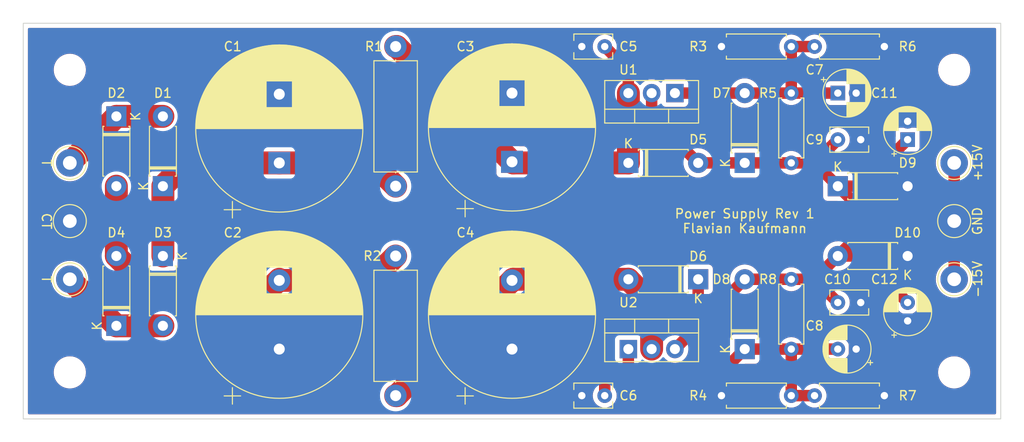
<source format=kicad_pcb>
(kicad_pcb (version 20221018) (generator pcbnew)
  (layers (0 "F.Cu" signal) (31 "B.Cu" signal) (34 "B.Paste" user) (35 "F.Paste" user) (36 "B.SilkS" user "B.Silkscreen") (37 "F.SilkS" user "F.Silkscreen") (38 "B.Mask" user) (39 "F.Mask" user) (44 "Edge.Cuts" user))
  (net 0 "")
  (net 1 "Net-(C1-Pad1)")
  (net 2 "GND")
  (net 3 "Net-(C2-Pad2)")
  (net 4 "Net-(C3-Pad1)")
  (net 5 "Net-(C4-Pad2)")
  (net 6 "Net-(C7-Pad1)")
  (net 7 "Net-(C8-Pad2)")
  (net 8 "+15")
  (net 9 "-15")
  (net 10 "T+")
  (net 11 "T-")
  (footprint "Diode_THT:D_DO-41_SOD81_P7.62mm_Horizontal" (layer "F.Cu") (at 139.7 104.14 180)
    (fp_text reference "D6" (at 0 2.5) (layer "F.SilkS"))
    (fp_text value "1N4004")
    (fp_text user "K" (at 0 -2.1) (layer "F.SilkS"))
    (pad "1" thru_hole rect (at 0 0 180) (size 2.2 2.2) (drill 1.1) (layers "*.Cu" "*.Mask") (net 9 "-15"))
    (pad "2" thru_hole oval (at 7.62 0 180) (size 2.2 2.2) (drill 1.1) (layers "*.Cu" "*.Mask") (net 5 "Net-(C4-Pad2)"))
  )
  (footprint "Resistor_THT:R_Axial_DIN0207_L6.3mm_D2.5mm_P7.62mm_Horizontal" (layer "F.Cu") (at 149.86 111.76 90)
    (fp_text reference "R8" (at 7.62 -2.54 180) (layer "F.SilkS"))
    (fp_text value "100R")
    (pad "1" thru_hole circle (at 0 0 90) (size 1.6 1.6) (drill 0.8) (layers "*.Cu" "*.Mask") (net 7 "Net-(C8-Pad2)"))
    (pad "2" thru_hole oval (at 7.62 0 90) (size 1.6 1.6) (drill 0.8) (layers "*.Cu" "*.Mask") (net 9 "-15"))
  )
  (footprint "Capacitor_THT:CP_Radial_D18.0mm_P7.50mm" (layer "F.Cu") (at 119.38 111.76 90)
    (fp_text reference "C4" (at 12.7 -5.08) (layer "F.SilkS"))
    (fp_text value "2200u")
    (pad "1" thru_hole rect (at 0 0 90) (size 2.4 2.4) (drill 1.2) (layers "*.Cu" "*.Mask") (net 2 "GND"))
    (pad "2" thru_hole circle (at 7.5 0 90) (size 2.4 2.4) (drill 1.2) (layers "*.Cu" "*.Mask") (net 5 "Net-(C4-Pad2)"))
  )
  (footprint "Capacitor_THT:C_Rect_L4.0mm_W2.5mm_P2.50mm" (layer "F.Cu") (at 157.44 106.68 180)
    (fp_text reference "C10" (at 2.54 2.54) (layer "F.SilkS"))
    (fp_text value "100n")
    (pad "1" thru_hole circle (at 0 0 180) (size 1.6 1.6) (drill 0.8) (layers "*.Cu" "*.Mask") (net 2 "GND"))
    (pad "2" thru_hole circle (at 2.5 0 180) (size 1.6 1.6) (drill 0.8) (layers "*.Cu" "*.Mask") (net 9 "-15"))
  )
  (footprint "Capacitor_THT:CP_Radial_D5.0mm_P2.00mm" (layer "F.Cu") (at 162.56 88.9 90)
    (fp_text reference "C11" (at 5.08 -2.54) (layer "F.SilkS"))
    (fp_text value "10u")
    (pad "1" thru_hole rect (at 0 0 90) (size 1.6 1.6) (drill 0.8) (layers "*.Cu" "*.Mask") (net 8 "+15"))
    (pad "2" thru_hole circle (at 2 0 90) (size 1.6 1.6) (drill 0.8) (layers "*.Cu" "*.Mask") (net 2 "GND"))
  )
  (footprint "Package_TO_SOT_THT:TO-220-3_Vertical" (layer "F.Cu") (at 132.08 111.76)
    (fp_text reference "U2" (at 0 -5.08 180) (layer "F.SilkS"))
    (fp_text value "LM337")
    (pad "1" thru_hole rect (at 0 0) (size 1.905 2) (drill 1.1) (layers "*.Cu" "*.Mask") (net 7 "Net-(C8-Pad2)"))
    (pad "2" thru_hole oval (at 2.54 0) (size 1.905 2) (drill 1.1) (layers "*.Cu" "*.Mask") (net 5 "Net-(C4-Pad2)"))
    (pad "3" thru_hole oval (at 5.08 0) (size 1.905 2) (drill 1.1) (layers "*.Cu" "*.Mask") (net 9 "-15"))
  )
  (footprint "Connector_Pin:Pin_D1.3mm_L11.0mm_LooseFit" (layer "F.Cu") (at 167.64 97.79)
    (fp_text reference "REF**" hide)
    (fp_text value "Pin_D1.3mm_L11.0mm_LooseFit" hide)
    (pad "1" thru_hole circle (at 0 0) (size 3 3) (drill 1.5) (layers "*.Cu" "*.Mask") (net 2 "GND"))
  )
  (footprint "Diode_THT:D_DO-41_SOD81_P7.62mm_Horizontal" (layer "F.Cu") (at 154.94 93.98)
    (fp_text reference "D9" (at 7.62 -2.54 180) (layer "F.SilkS"))
    (fp_text value "1N4004")
    (fp_text user "K" (at 0 -2.1) (layer "F.SilkS"))
    (pad "1" thru_hole rect (at 0 0) (size 2.2 2.2) (drill 1.1) (layers "*.Cu" "*.Mask") (net 8 "+15"))
    (pad "2" thru_hole oval (at 7.62 0) (size 2.2 2.2) (drill 1.1) (layers "*.Cu" "*.Mask") (net 2 "GND"))
  )
  (footprint "Resistor_THT:R_Axial_DIN0207_L6.3mm_D2.5mm_P7.62mm_Horizontal" (layer "F.Cu") (at 160.02 116.84 180)
    (fp_text reference "R7" (at -2.54 0) (layer "F.SilkS"))
    (fp_text value "2k2")
    (pad "1" thru_hole circle (at 0 0 180) (size 1.6 1.6) (drill 0.8) (layers "*.Cu" "*.Mask") (net 2 "GND"))
    (pad "2" thru_hole oval (at 7.62 0 180) (size 1.6 1.6) (drill 0.8) (layers "*.Cu" "*.Mask") (net 7 "Net-(C8-Pad2)"))
  )
  (footprint "Connector_Pin:Pin_D1.3mm_L11.0mm_LooseFit" (layer "F.Cu") (at 167.64 91.44)
    (fp_text reference "REF**" hide)
    (fp_text value "Pin_D1.3mm_L11.0mm_LooseFit" hide)
    (pad "1" thru_hole circle (at 0 0) (size 3 3) (drill 1.5) (layers "*.Cu" "*.Mask") (net 8 "+15"))
  )
  (footprint "MountingHole:MountingHole_2.5mm" (layer "F.Cu") (at 167.64 114.3)
    (fp_text reference "REF**" hide)
    (fp_text value "MountingHole_2.5mm" hide)
    (pad "" np_thru_hole circle (at 0 0) (size 2.5 2.5) (drill 2.5) (layers "*.Cu" "*.Mask"))
  )
  (footprint "Diode_THT:D_DO-41_SOD81_P7.62mm_Horizontal" (layer "F.Cu") (at 76.2 109.22 90)
    (fp_text reference "D4" (at 10.16 0 180) (layer "F.SilkS"))
    (fp_text value "1N4004")
    (fp_text user "K" (at 0 -2.1 90) (layer "F.SilkS"))
    (pad "1" thru_hole rect (at 0 0 90) (size 2.2 2.2) (drill 1.1) (layers "*.Cu" "*.Mask") (net 11 "T-"))
    (pad "2" thru_hole oval (at 7.62 0 90) (size 2.2 2.2) (drill 1.1) (layers "*.Cu" "*.Mask") (net 3 "Net-(C2-Pad2)"))
  )
  (footprint "Capacitor_THT:CP_Radial_D5.0mm_P2.00mm" (layer "F.Cu") (at 162.56 108.68 90)
    (fp_text reference "C12" (at 4.54 -2.54) (layer "F.SilkS"))
    (fp_text value "10u")
    (pad "1" thru_hole rect (at 0 0 90) (size 1.6 1.6) (drill 0.8) (layers "*.Cu" "*.Mask") (net 2 "GND"))
    (pad "2" thru_hole circle (at 2 0 90) (size 1.6 1.6) (drill 0.8) (layers "*.Cu" "*.Mask") (net 9 "-15"))
  )
  (footprint "Capacitor_THT:CP_Radial_D18.0mm_P7.50mm" (layer "F.Cu") (at 93.98 91.44 90)
    (fp_text reference "C1" (at 12.7 -5.08) (layer "F.SilkS"))
    (fp_text value "2200u")
    (pad "1" thru_hole rect (at 0 0 90) (size 2.4 2.4) (drill 1.2) (layers "*.Cu" "*.Mask") (net 1 "Net-(C1-Pad1)"))
    (pad "2" thru_hole circle (at 7.5 0 90) (size 2.4 2.4) (drill 1.2) (layers "*.Cu" "*.Mask") (net 2 "GND"))
  )
  (footprint "Capacitor_THT:C_Rect_L4.0mm_W2.5mm_P2.50mm" (layer "F.Cu") (at 127 116.84)
    (fp_text reference "C6" (at 5.08 0 180) (layer "F.SilkS"))
    (fp_text value "100n")
    (pad "1" thru_hole circle (at 0 0) (size 1.6 1.6) (drill 0.8) (layers "*.Cu" "*.Mask") (net 2 "GND"))
    (pad "2" thru_hole circle (at 2.5 0) (size 1.6 1.6) (drill 0.8) (layers "*.Cu" "*.Mask") (net 5 "Net-(C4-Pad2)"))
  )
  (footprint "Capacitor_THT:CP_Radial_D18.0mm_P7.50mm" (layer "F.Cu") (at 119.38 91.32 90)
    (fp_text reference "C3" (at 12.58 -5.08) (layer "F.SilkS"))
    (fp_text value "2200u")
    (pad "1" thru_hole rect (at 0 0 90) (size 2.4 2.4) (drill 1.2) (layers "*.Cu" "*.Mask") (net 4 "Net-(C3-Pad1)"))
    (pad "2" thru_hole circle (at 7.5 0 90) (size 2.4 2.4) (drill 1.2) (layers "*.Cu" "*.Mask") (net 2 "GND"))
  )
  (footprint "Resistor_THT:R_Axial_DIN0207_L6.3mm_D2.5mm_P7.62mm_Horizontal" (layer "F.Cu") (at 149.86 91.44 90)
    (fp_text reference "R5" (at 7.62 -2.54 180) (layer "F.SilkS"))
    (fp_text value "100R")
    (pad "1" thru_hole circle (at 0 0 90) (size 1.6 1.6) (drill 0.8) (layers "*.Cu" "*.Mask") (net 8 "+15"))
    (pad "2" thru_hole oval (at 7.62 0 90) (size 1.6 1.6) (drill 0.8) (layers "*.Cu" "*.Mask") (net 6 "Net-(C7-Pad1)"))
  )
  (footprint "Diode_THT:D_DO-41_SOD81_P7.62mm_Horizontal" (layer "F.Cu") (at 132.08 91.44)
    (fp_text reference "D5" (at 7.62 -2.54) (layer "F.SilkS"))
    (fp_text value "1N4004")
    (fp_text user "K" (at 0 -2.1) (layer "F.SilkS"))
    (pad "1" thru_hole rect (at 0 0) (size 2.2 2.2) (drill 1.1) (layers "*.Cu" "*.Mask") (net 4 "Net-(C3-Pad1)"))
    (pad "2" thru_hole oval (at 7.62 0) (size 2.2 2.2) (drill 1.1) (layers "*.Cu" "*.Mask") (net 8 "+15"))
  )
  (footprint "Connector_Pin:Pin_D1.3mm_L11.0mm_LooseFit" (layer "F.Cu") (at 71.12 104.14)
    (fp_text reference "REF**" hide)
    (fp_text value "Pin_D1.3mm_L11.0mm_LooseFit" hide)
    (pad "1" thru_hole circle (at 0 0) (size 3 3) (drill 1.5) (layers "*.Cu" "*.Mask") (net 11 "T-"))
  )
  (footprint "Resistor_THT:R_Axial_DIN0207_L6.3mm_D2.5mm_P7.62mm_Horizontal" (layer "F.Cu") (at 142.24 116.84)
    (fp_text reference "R4" (at -2.54 0) (layer "F.SilkS"))
    (fp_text value "2k2")
    (pad "1" thru_hole circle (at 0 0) (size 1.6 1.6) (drill 0.8) (layers "*.Cu" "*.Mask") (net 2 "GND"))
    (pad "2" thru_hole oval (at 7.62 0) (size 1.6 1.6) (drill 0.8) (layers "*.Cu" "*.Mask") (net 7 "Net-(C8-Pad2)"))
  )
  (footprint "MountingHole:MountingHole_2.5mm" (layer "F.Cu") (at 167.64 81.28)
    (fp_text reference "REF**" hide)
    (fp_text value "MountingHole_2.5mm" hide)
    (pad "" np_thru_hole circle (at 0 0) (size 2.5 2.5) (drill 2.5) (layers "*.Cu" "*.Mask"))
  )
  (footprint "Diode_THT:D_DO-41_SOD81_P7.62mm_Horizontal" (layer "F.Cu") (at 81.28 101.6 -90)
    (fp_text reference "D3" (at -2.54 0 180) (layer "F.SilkS"))
    (fp_text value "1N4004")
    (fp_text user "K" (at 0 -2.1 90) (layer "F.SilkS"))
    (pad "1" thru_hole rect (at 0 0 270) (size 2.2 2.2) (drill 1.1) (layers "*.Cu" "*.Mask") (net 1 "Net-(C1-Pad1)"))
    (pad "2" thru_hole oval (at 7.62 0 270) (size 2.2 2.2) (drill 1.1) (layers "*.Cu" "*.Mask") (net 11 "T-"))
  )
  (footprint "Capacitor_THT:CP_Radial_D5.0mm_P2.00mm" (layer "F.Cu") (at 156.94 111.76 180)
    (fp_text reference "C8" (at 4.54 2.54 180) (layer "F.SilkS"))
    (fp_text value "10u")
    (pad "1" thru_hole rect (at 0 0 180) (size 1.6 1.6) (drill 0.8) (layers "*.Cu" "*.Mask") (net 2 "GND"))
    (pad "2" thru_hole circle (at 2 0 180) (size 1.6 1.6) (drill 0.8) (layers "*.Cu" "*.Mask") (net 7 "Net-(C8-Pad2)"))
  )
  (footprint "Diode_THT:D_DO-41_SOD81_P7.62mm_Horizontal" (layer "F.Cu") (at 76.2 86.36 -90)
    (fp_text reference "D2" (at -2.54 0 180) (layer "F.SilkS"))
    (fp_text value "1N4004")
    (fp_text user "K" (at 0 -2.1 90) (layer "F.SilkS"))
    (pad "1" thru_hole rect (at 0 0 270) (size 2.2 2.2) (drill 1.1) (layers "*.Cu" "*.Mask") (net 10 "T+"))
    (pad "2" thru_hole oval (at 7.62 0 270) (size 2.2 2.2) (drill 1.1) (layers "*.Cu" "*.Mask") (net 3 "Net-(C2-Pad2)"))
  )
  (footprint "Resistor_THT:R_Axial_DIN0207_L6.3mm_D2.5mm_P7.62mm_Horizontal" (layer "F.Cu") (at 152.4 78.74)
    (fp_text reference "R6" (at 10.16 0) (layer "F.SilkS"))
    (fp_text value "2k2")
    (pad "1" thru_hole circle (at 0 0) (size 1.6 1.6) (drill 0.8) (layers "*.Cu" "*.Mask") (net 6 "Net-(C7-Pad1)"))
    (pad "2" thru_hole oval (at 7.62 0) (size 1.6 1.6) (drill 0.8) (layers "*.Cu" "*.Mask") (net 2 "GND"))
  )
  (footprint "Resistor_THT:R_Axial_DIN0414_L11.9mm_D4.5mm_P15.24mm_Horizontal" (layer "F.Cu") (at 106.68 101.6 -90)
    (fp_text reference "R2" (at 0 2.54 180) (layer "F.SilkS"))
    (fp_text value "10R")
    (pad "1" thru_hole circle (at 0 0 270) (size 2.4 2.4) (drill 1.2) (layers "*.Cu" "*.Mask") (net 3 "Net-(C2-Pad2)"))
    (pad "2" thru_hole oval (at 15.24 0 270) (size 2.4 2.4) (drill 1.2) (layers "*.Cu" "*.Mask") (net 5 "Net-(C4-Pad2)"))
  )
  (footprint "MountingHole:MountingHole_2.5mm" (layer "F.Cu") (at 71.12 114.3)
    (fp_text reference "REF**" hide)
    (fp_text value "MountingHole_2.5mm" hide)
    (pad "" np_thru_hole circle (at 0 0) (size 2.5 2.5) (drill 2.5) (layers "*.Cu" "*.Mask"))
  )
  (footprint "Connector_Pin:Pin_D1.3mm_L11.0mm_LooseFit" (layer "F.Cu") (at 71.12 97.79)
    (fp_text reference "REF**" hide)
    (fp_text value "Pin_D1.3mm_L11.0mm_LooseFit" hide)
    (pad "1" thru_hole circle (at 0 0) (size 3 3) (drill 1.5) (layers "*.Cu" "*.Mask") (net 2 "GND"))
  )
  (footprint "Capacitor_THT:C_Rect_L4.0mm_W2.5mm_P2.50mm" (layer "F.Cu") (at 129.5 78.74 180)
    (fp_text reference "C5" (at -2.58 0 180) (layer "F.SilkS"))
    (fp_text value "100n")
    (pad "1" thru_hole circle (at 0 0 180) (size 1.6 1.6) (drill 0.8) (layers "*.Cu" "*.Mask") (net 4 "Net-(C3-Pad1)"))
    (pad "2" thru_hole circle (at 2.5 0 180) (size 1.6 1.6) (drill 0.8) (layers "*.Cu" "*.Mask") (net 2 "GND"))
  )
  (footprint "Diode_THT:D_DO-41_SOD81_P7.62mm_Horizontal" (layer "F.Cu") (at 144.78 111.76 90)
    (fp_text reference "D8" (at 7.62 -2.54 180) (layer "F.SilkS"))
    (fp_text value "1N4004")
    (fp_text user "K" (at 0 -2.1 90) (layer "F.SilkS"))
    (pad "1" thru_hole rect (at 0 0 90) (size 2.2 2.2) (drill 1.1) (layers "*.Cu" "*.Mask") (net 7 "Net-(C8-Pad2)"))
    (pad "2" thru_hole oval (at 7.62 0 90) (size 2.2 2.2) (drill 1.1) (layers "*.Cu" "*.Mask") (net 9 "-15"))
  )
  (footprint "Diode_THT:D_DO-41_SOD81_P7.62mm_Horizontal" (layer "F.Cu") (at 144.78 91.44 90)
    (fp_text reference "D7" (at 7.62 -2.54 180) (layer "F.SilkS"))
    (fp_text value "1N4004")
    (fp_text user "K" (at 0 -2.1 90) (layer "F.SilkS"))
    (pad "1" thru_hole rect (at 0 0 90) (size 2.2 2.2) (drill 1.1) (layers "*.Cu" "*.Mask") (net 8 "+15"))
    (pad "2" thru_hole oval (at 7.62 0 90) (size 2.2 2.2) (drill 1.1) (layers "*.Cu" "*.Mask") (net 6 "Net-(C7-Pad1)"))
  )
  (footprint "Connector_Pin:Pin_D1.3mm_L11.0mm_LooseFit" (layer "F.Cu") (at 167.64 104.14)
    (fp_text reference "REF**" hide)
    (fp_text value "Pin_D1.3mm_L11.0mm_LooseFit" hide)
    (pad "1" thru_hole circle (at 0 0) (size 3 3) (drill 1.5) (layers "*.Cu" "*.Mask") (net 9 "-15"))
  )
  (footprint "Capacitor_THT:CP_Radial_D18.0mm_P7.50mm" (layer "F.Cu") (at 93.98 111.76 90)
    (fp_text reference "C2" (at 12.7 -5.08) (layer "F.SilkS"))
    (fp_text value "2200u")
    (pad "1" thru_hole rect (at 0 0 90) (size 2.4 2.4) (drill 1.2) (layers "*.Cu" "*.Mask") (net 2 "GND"))
    (pad "2" thru_hole circle (at 7.5 0 90) (size 2.4 2.4) (drill 1.2) (layers "*.Cu" "*.Mask") (net 3 "Net-(C2-Pad2)"))
  )
  (footprint "Resistor_THT:R_Axial_DIN0207_L6.3mm_D2.5mm_P7.62mm_Horizontal" (layer "F.Cu") (at 149.86 78.74 180)
    (fp_text reference "R3" (at 10.16 0) (layer "F.SilkS"))
    (fp_text value "2k2")
    (pad "1" thru_hole circle (at 0 0 180) (size 1.6 1.6) (drill 0.8) (layers "*.Cu" "*.Mask") (net 6 "Net-(C7-Pad1)"))
    (pad "2" thru_hole oval (at 7.62 0 180) (size 1.6 1.6) (drill 0.8) (layers "*.Cu" "*.Mask") (net 2 "GND"))
  )
  (footprint "Diode_THT:D_DO-41_SOD81_P7.62mm_Horizontal" (layer "F.Cu") (at 162.56 101.6 180)
    (fp_text reference "D10" (at 0 2.54 180) (layer "F.SilkS"))
    (fp_text value "1N4004")
    (fp_text user "K" (at 0 -2.1) (layer "F.SilkS"))
    (pad "1" thru_hole rect (at 0 0 180) (size 2.2 2.2) (drill 1.1) (layers "*.Cu" "*.Mask") (net 2 "GND"))
    (pad "2" thru_hole oval (at 7.62 0 180) (size 2.2 2.2) (drill 1.1) (layers "*.Cu" "*.Mask") (net 9 "-15"))
  )
  (footprint "Resistor_THT:R_Axial_DIN0414_L11.9mm_D4.5mm_P15.24mm_Horizontal" (layer "F.Cu") (at 106.68 93.98 90)
    (fp_text reference "R1" (at 15.24 -2.37 180) (layer "F.SilkS"))
    (fp_text value "10R")
    (pad "1" thru_hole circle (at 0 0 90) (size 2.4 2.4) (drill 1.2) (layers "*.Cu" "*.Mask") (net 1 "Net-(C1-Pad1)"))
    (pad "2" thru_hole oval (at 15.24 0 90) (size 2.4 2.4) (drill 1.2) (layers "*.Cu" "*.Mask") (net 4 "Net-(C3-Pad1)"))
  )
  (footprint "Package_TO_SOT_THT:TO-220-3_Vertical" (layer "F.Cu") (at 137.16 83.82 180)
    (fp_text reference "U1" (at 5.08 2.54 180) (layer "F.SilkS"))
    (fp_text value "LM317")
    (pad "1" thru_hole rect (at 0 0 180) (size 1.905 2) (drill 1.1) (layers "*.Cu" "*.Mask") (net 6 "Net-(C7-Pad1)"))
    (pad "2" thru_hole oval (at 2.54 0 180) (size 1.905 2) (drill 1.1) (layers "*.Cu" "*.Mask") (net 8 "+15"))
    (pad "3" thru_hole oval (at 5.08 0 180) (size 1.905 2) (drill 1.1) (layers "*.Cu" "*.Mask") (net 4 "Net-(C3-Pad1)"))
  )
  (footprint "Diode_THT:D_DO-41_SOD81_P7.62mm_Horizontal" (layer "F.Cu") (at 81.28 93.98 90)
    (fp_text reference "D1" (at 10.16 0 180) (layer "F.SilkS"))
    (fp_text value "1N4004")
    (fp_text user "K" (at 0 -2.1 90) (layer "F.SilkS"))
    (pad "1" thru_hole rect (at 0 0 90) (size 2.2 2.2) (drill 1.1) (layers "*.Cu" "*.Mask") (net 1 "Net-(C1-Pad1)"))
    (pad "2" thru_hole oval (at 7.62 0 90) (size 2.2 2.2) (drill 1.1) (layers "*.Cu" "*.Mask") (net 10 "T+"))
  )
  (footprint "Capacitor_THT:C_Rect_L4.0mm_W2.5mm_P2.50mm" (layer "F.Cu") (at 154.94 88.9)
    (fp_text reference "C9" (at -2.54 0) (layer "F.SilkS"))
    (fp_text value "100n")
    (pad "1" thru_hole circle (at 0 0) (size 1.6 1.6) (drill 0.8) (layers "*.Cu" "*.Mask") (net 8 "+15"))
    (pad "2" thru_hole circle (at 2.5 0) (size 1.6 1.6) (drill 0.8) (layers "*.Cu" "*.Mask") (net 2 "GND"))
  )
  (footprint "Capacitor_THT:CP_Radial_D5.0mm_P2.00mm" (layer "F.Cu") (at 154.94 83.82)
    (fp_text reference "C7" (at -2.54 -2.54 180) (layer "F.SilkS"))
    (fp_text value "10u")
    (pad "1" thru_hole rect (at 0 0) (size 1.6 1.6) (drill 0.8) (layers "*.Cu" "*.Mask") (net 6 "Net-(C7-Pad1)"))
    (pad "2" thru_hole circle (at 2 0) (size 1.6 1.6) (drill 0.8) (layers "*.Cu" "*.Mask") (net 2 "GND"))
  )
  (footprint "MountingHole:MountingHole_2.5mm" (layer "F.Cu") (at 71.12 81.28)
    (fp_text reference "REF**" hide)
    (fp_text value "MountingHole_2.5mm" hide)
    (pad "" np_thru_hole circle (at 0 0) (size 2.5 2.5) (drill 2.5) (layers "*.Cu" "*.Mask"))
  )
  (footprint "Connector_Pin:Pin_D1.3mm_L11.0mm_LooseFit" (layer "F.Cu") (at 71.12 91.44)
    (fp_text reference "REF**" hide)
    (fp_text value "Pin_D1.3mm_L11.0mm_LooseFit" hide)
    (pad "1" thru_hole circle (at 0 0) (size 3 3) (drill 1.5) (layers "*.Cu" "*.Mask") (net 10 "T+"))
  )
  (gr_rect (start 66.04 76.2) (end 172.72 119.38) (stroke (width 0.1)) (fill none) (layer "Edge.Cuts"))
  (gr_text "GND" (at 170.18 97.79 90) (layer "F.SilkS") (effects (font (size 1 1))))
  (gr_text "-15V" (at 170.18 104.14 90) (layer "F.SilkS") (effects (font (size 1 1))))
  (gr_text "T" (at 68.58 91.44 270) (layer "F.SilkS") (effects (font (size 1 1))))
  (gr_text "CT" (at 68.58 97.79 270) (layer "F.SilkS") (effects (font (size 1 1))))
  (gr_text "+15V" (at 170.18 91.44 90) (layer "F.SilkS") (effects (font (size 1 1))))
  (gr_text "T" (at 68.58 104.14 270) (layer "F.SilkS") (effects (font (size 1 1))))
  (gr_text "Power Supply Rev 1\nFlavian Kaufmann" (at 144.78 97.79) (layer "F.SilkS") (effects (font (size 1 1))))
  (segment (start 106.68 93.98) (end 104.14 91.44) (width 2.5) (layer "F.Cu") (net 1))
  (segment (start 104.14 91.44) (end 93.98 91.44) (width 2.5) (layer "F.Cu") (net 1))
  (segment (start 81.28 93.98) (end 81.28 101.6) (width 2.5) (layer "F.Cu") (net 1))
  (segment (start 83.82 91.44) (end 93.98 91.44) (width 2.5) (layer "F.Cu") (net 1))
  (segment (start 81.28 93.98) (end 83.82 91.44) (width 2.5) (layer "F.Cu") (net 1))
  (segment (start 92.71 105.41) (end 93.98 104.14) (width 2.5) (layer "F.Cu") (net 3))
  (segment (start 104.02 104.26) (end 106.68 101.6) (width 2.5) (layer "F.Cu") (net 3))
  (segment (start 80.01 105.41) (end 92.71 105.41) (width 2.5) (layer "F.Cu") (net 3))
  (segment (start 76.2 93.98) (end 76.2 101.6) (width 2.5) (layer "F.Cu") (net 3))
  (segment (start 76.2 101.6) (end 80.01 105.41) (width 2.5) (layer "F.Cu") (net 3))
  (segment (start 93.98 104.26) (end 104.02 104.26) (width 2.5) (layer "F.Cu") (net 3))
  (segment (start 132.04 81.28) (end 132.08 81.28) (width 1.25) (layer "F.Cu") (net 4))
  (segment (start 129.5 78.74) (end 132.04 81.28) (width 1.25) (layer "F.Cu") (net 4))
  (segment (start 119.5 91.44) (end 119.38 91.32) (width 2.5) (layer "F.Cu") (net 4))
  (segment (start 132.08 81.28) (end 132.08 83.82) (width 1.25) (layer "F.Cu") (net 4))
  (segment (start 132.08 83.82) (end 132.08 91.44) (width 2.5) (layer "F.Cu") (net 4))
  (segment (start 132.08 91.44) (end 119.5 91.44) (width 2.5) (layer "F.Cu") (net 4))
  (segment (start 106.68 78.74) (end 106.8 78.74) (width 2.5) (layer "F.Cu") (net 4))
  (segment (start 106.8 78.74) (end 119.38 91.32) (width 2.5) (layer "F.Cu") (net 4))
  (segment (start 106.68 116.84) (end 106.8 116.84) (width 2.5) (layer "F.Cu") (net 5))
  (segment (start 132.08 104.14) (end 119.5 104.14) (width 2.5) (layer "F.Cu") (net 5))
  (segment (start 134.62 106.68) (end 134.62 111.76) (width 2.5) (layer "F.Cu") (net 5))
  (segment (start 129.5 116.84) (end 129.5 109.26) (width 1.25) (layer "F.Cu") (net 5))
  (segment (start 129.5 109.26) (end 133.35 105.41) (width 1.25) (layer "F.Cu") (net 5))
  (segment (start 133.35 105.41) (end 134.62 106.68) (width 2.5) (layer "F.Cu") (net 5))
  (segment (start 132.08 104.14) (end 133.35 105.41) (width 2.5) (layer "F.Cu") (net 5))
  (segment (start 106.8 116.84) (end 119.38 104.26) (width 2.5) (layer "F.Cu") (net 5))
  (segment (start 119.5 104.14) (end 119.38 104.26) (width 2.5) (layer "F.Cu") (net 5))
  (segment (start 144.78 83.82) (end 149.86 83.82) (width 1.25) (layer "F.Cu") (net 6))
  (segment (start 144.78 83.82) (end 137.16 83.82) (width 1.25) (layer "F.Cu") (net 6))
  (segment (start 149.86 83.82) (end 154.94 83.82) (width 1.25) (layer "F.Cu") (net 6))
  (segment (start 149.86 78.74) (end 152.4 78.74) (width 1.25) (layer "F.Cu") (net 6))
  (segment (start 149.86 78.74) (end 149.86 83.82) (width 1.25) (layer "F.Cu") (net 6))
  (segment (start 144.78 111.76) (end 149.86 111.76) (width 1.25) (layer "F.Cu") (net 7))
  (segment (start 132.08 111.76) (end 132.08 114.3) (width 1.25) (layer "F.Cu") (net 7))
  (segment (start 149.86 111.76) (end 149.86 116.84) (width 1.25) (layer "F.Cu") (net 7))
  (segment (start 149.86 116.84) (end 152.4 116.84) (width 1.25) (layer "F.Cu") (net 7))
  (segment (start 134.62 116.84) (end 139.7 116.84) (width 1.25) (layer "F.Cu") (net 7))
  (segment (start 149.86 111.76) (end 154.94 111.76) (width 1.25) (layer "F.Cu") (net 7))
  (segment (start 139.7 116.84) (end 144.78 111.76) (width 1.25) (layer "F.Cu") (net 7))
  (segment (start 132.08 114.3) (end 134.62 116.84) (width 1.25) (layer "F.Cu") (net 7))
  (segment (start 157.48 96.52) (end 162.56 96.52) (width 1.25) (layer "F.Cu") (net 8))
  (segment (start 167.64 91.44) (end 167.64 93.56132) (width 1.25) (layer "F.Cu") (net 8))
  (segment (start 154.94 93.98) (end 157.48 93.98) (width 1.25) (layer "F.Cu") (net 8))
  (segment (start 139.7 91.44) (end 144.78 91.44) (width 1.25) (layer "F.Cu") (net 8))
  (segment (start 152.4 91.44) (end 154.94 88.9) (width 1.25) (layer "F.Cu") (net 8))
  (segment (start 167.64 93.56132) (end 164.68132 96.52) (width 1.25) (layer "F.Cu") (net 8))
  (segment (start 149.86 91.44) (end 152.4 91.44) (width 1.25) (layer "F.Cu") (net 8))
  (segment (start 157.48 93.98) (end 162.56 88.9) (width 1.25) (layer "F.Cu") (net 8))
  (segment (start 164.68132 96.52) (end 162.56 96.52) (width 1.25) (layer "F.Cu") (net 8))
  (segment (start 134.62 86.36) (end 139.7 91.44) (width 1.25) (layer "F.Cu") (net 8))
  (segment (start 152.4 91.44) (end 154.94 93.98) (width 1.25) (layer "F.Cu") (net 8))
  (segment (start 154.94 93.98) (end 157.48 96.52) (width 1.25) (layer "F.Cu") (net 8))
  (segment (start 144.78 91.44) (end 149.86 91.44) (width 1.25) (layer "F.Cu") (net 8))
  (segment (start 134.62 83.82) (end 134.62 86.36) (width 1.25) (layer "F.Cu") (net 8))
  (segment (start 152.4 104.14) (end 154.94 106.68) (width 1.25) (layer "F.Cu") (net 9))
  (segment (start 157.48 99.06) (end 162.56 99.06) (width 1.25) (layer "F.Cu") (net 9))
  (segment (start 137.16 111.76) (end 139.7 109.22) (width 1.25) (layer "F.Cu") (net 9))
  (segment (start 167.64 102.01868) (end 164.68132 99.06) (width 1.25) (layer "F.Cu") (net 9))
  (segment (start 139.7 109.22) (end 144.78 104.14) (width 1.25) (layer "F.Cu") (net 9))
  (segment (start 149.86 104.14) (end 152.4 104.14) (width 1.25) (layer "F.Cu") (net 9))
  (segment (start 144.78 104.14) (end 149.86 104.14) (width 1.25) (layer "F.Cu") (net 9))
  (segment (start 164.68132 99.06) (end 162.56 99.06) (width 1.25) (layer "F.Cu") (net 9))
  (segment (start 154.94 101.6) (end 157.48 99.06) (width 1.25) (layer "F.Cu") (net 9))
  (segment (start 157.48 101.6) (end 162.56 106.68) (width 1.25) (layer "F.Cu") (net 9))
  (segment (start 152.4 104.14) (end 154.94 101.6) (width 1.25) (layer "F.Cu") (net 9))
  (segment (start 154.94 101.6) (end 157.48 101.6) (width 1.25) (layer "F.Cu") (net 9))
  (segment (start 139.7 109.22) (end 139.7 104.14) (width 1.25) (layer "F.Cu") (net 9))
  (segment (start 167.64 104.14) (end 167.64 102.01868) (width 1.25) (layer "F.Cu") (net 9))
  (segment (start 76.2 86.36) (end 81.28 86.36) (width 2.5) (layer "F.Cu") (net 10))
  (segment (start 71.12 91.44) (end 76.2 86.36) (width 2.5) (layer "F.Cu") (net 10))
  (segment (start 71.12 104.14) (end 76.2 109.22) (width 2.5) (layer "F.Cu") (net 11))
  (segment (start 76.2 109.22) (end 81.28 109.22) (width 2.5) (layer "F.Cu") (net 11))
  (zone (net 2) (net_name "GND") (layers "F&B.Cu") (connect_pads (clearance 0.508)) (min_thickness 0.254) (fill yes (thermal_gap 0.508) (thermal_bridge_width 0.508))
    (polygon (pts (xy 175.26 121.92) (xy 63.5 121.92) (xy 63.5 73.66) (xy 175.26 73.66)))
  )
)
</source>
